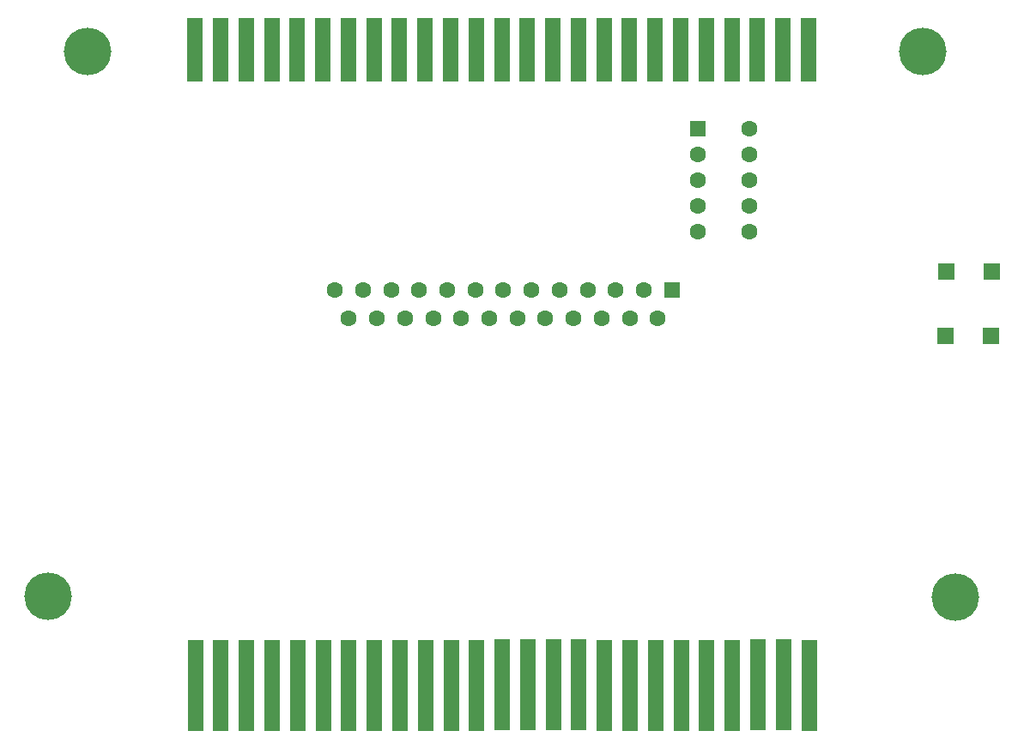
<source format=gbr>
%TF.GenerationSoftware,KiCad,Pcbnew,(6.0.2)*%
%TF.CreationDate,2022-10-23T12:16:08-05:00*%
%TF.ProjectId,REF1329_Optimized,52454631-3332-4395-9f4f-7074696d697a,rev?*%
%TF.SameCoordinates,Original*%
%TF.FileFunction,Soldermask,Bot*%
%TF.FilePolarity,Negative*%
%FSLAX46Y46*%
G04 Gerber Fmt 4.6, Leading zero omitted, Abs format (unit mm)*
G04 Created by KiCad (PCBNEW (6.0.2)) date 2022-10-23 12:16:08*
%MOMM*%
%LPD*%
G01*
G04 APERTURE LIST*
%ADD10C,0.000000*%
%ADD11C,0.795000*%
%ADD12R,1.590000X1.590000*%
%ADD13C,4.680000*%
%ADD14R,1.530000X9.000000*%
%ADD15R,1.600000X1.600000*%
%ADD16C,1.600000*%
%ADD17R,1.530000X6.250000*%
G04 APERTURE END LIST*
D10*
G36*
X193925800Y-90424500D02*
G01*
X192335800Y-90424500D01*
X192335800Y-88834500D01*
X193925800Y-88834500D01*
X193925800Y-90424500D01*
G37*
D11*
X169041100Y-80580700D02*
G75*
G03*
X169041100Y-80580700I-397500J0D01*
G01*
X174121100Y-75500700D02*
G75*
G03*
X174121100Y-75500700I-397500J0D01*
G01*
D10*
G36*
X198410500Y-90424500D02*
G01*
X196820500Y-90424500D01*
X196820500Y-88834500D01*
X198410500Y-88834500D01*
X198410500Y-90424500D01*
G37*
D11*
X174121100Y-80580700D02*
G75*
G03*
X174121100Y-80580700I-397500J0D01*
G01*
X174121100Y-83120700D02*
G75*
G03*
X174121100Y-83120700I-397500J0D01*
G01*
X169041100Y-83120700D02*
G75*
G03*
X169041100Y-83120700I-397500J0D01*
G01*
X174121100Y-85660700D02*
G75*
G03*
X174121100Y-85660700I-397500J0D01*
G01*
X174121100Y-78040700D02*
G75*
G03*
X174121100Y-78040700I-397500J0D01*
G01*
X169041100Y-75500700D02*
G75*
G03*
X169041100Y-75500700I-397500J0D01*
G01*
D10*
G36*
X198370800Y-96774500D02*
G01*
X196780800Y-96774500D01*
X196780800Y-95184500D01*
X198370800Y-95184500D01*
X198370800Y-96774500D01*
G37*
G36*
X193886100Y-96774500D02*
G01*
X192296100Y-96774500D01*
X192296100Y-95184500D01*
X193886100Y-95184500D01*
X193886100Y-96774500D01*
G37*
D11*
X169041100Y-85660700D02*
G75*
G03*
X169041100Y-85660700I-397500J0D01*
G01*
X169041100Y-78040700D02*
G75*
G03*
X169041100Y-78040700I-397500J0D01*
G01*
D12*
%TO.C,SW1*%
X193086500Y-95977500D03*
X193126500Y-89627500D03*
X197572500Y-95980500D03*
X197611500Y-89628500D03*
%TD*%
D13*
%TO.C,Hole1*%
X108395000Y-67879000D03*
%TD*%
D14*
%TO.C,J5*%
X119072000Y-130450000D03*
X121590000Y-130464000D03*
X124115000Y-130452000D03*
X126642000Y-130446000D03*
X129161000Y-130460000D03*
X131680000Y-130446000D03*
X134203000Y-130435000D03*
X136722000Y-130421000D03*
X139241000Y-130449000D03*
X141769000Y-130449000D03*
X144294000Y-130440000D03*
X146815000Y-130432000D03*
X149339000Y-130416000D03*
X151859000Y-130389000D03*
X154379000Y-130401000D03*
X156898000Y-130387000D03*
X159416000Y-130453000D03*
X161940000Y-130447000D03*
X164466000Y-130437000D03*
X166984000Y-130433000D03*
X169504000Y-130418000D03*
X172023000Y-130418000D03*
X174553000Y-130402000D03*
X177079000Y-130401000D03*
X179598000Y-130460000D03*
%TD*%
D13*
%TO.C,Hole2*%
X104544000Y-121691000D03*
%TD*%
D15*
%TO.C,U3*%
X168639500Y-75512500D03*
D16*
X168639500Y-78052500D03*
X168639500Y-80592500D03*
X168639500Y-83132500D03*
X168639500Y-85672500D03*
X173719500Y-85672500D03*
X173719500Y-83132500D03*
X173719500Y-80592500D03*
X173719500Y-78052500D03*
X173719500Y-75512500D03*
%TD*%
D13*
%TO.C,Hole3*%
X190826000Y-67918000D03*
%TD*%
%TO.C,Hole4*%
X194001000Y-121736000D03*
%TD*%
D17*
%TO.C,J3*%
X119026000Y-67712000D03*
X121544000Y-67712000D03*
X124069000Y-67712000D03*
X126596000Y-67712000D03*
X129115000Y-67712000D03*
X131634000Y-67712000D03*
X134157000Y-67712000D03*
X136676000Y-67712000D03*
X139195000Y-67712000D03*
X141723000Y-67712000D03*
X144248000Y-67712000D03*
X146769000Y-67712000D03*
X149293000Y-67712000D03*
X151813000Y-67712000D03*
X154333000Y-67712000D03*
X156852000Y-67712000D03*
X159370000Y-67712000D03*
X161894000Y-67712000D03*
X164420000Y-67712000D03*
X166938000Y-67712000D03*
X169458000Y-67712000D03*
X171977000Y-67712000D03*
X174507000Y-67712000D03*
X177033000Y-67712000D03*
X179552000Y-67712000D03*
%TD*%
D15*
%TO.C,J1*%
X166066000Y-91391700D03*
D16*
X163296000Y-91391700D03*
X160526000Y-91391700D03*
X157756000Y-91391700D03*
X154986000Y-91391700D03*
X152216000Y-91391700D03*
X149446000Y-91391700D03*
X146676000Y-91391700D03*
X143906000Y-91391700D03*
X141136000Y-91391700D03*
X138366000Y-91391700D03*
X135596000Y-91391700D03*
X132826000Y-91391700D03*
X164681000Y-94231700D03*
X161911000Y-94231700D03*
X159141000Y-94231700D03*
X156371000Y-94231700D03*
X153601000Y-94231700D03*
X150831000Y-94231700D03*
X148061000Y-94231700D03*
X145291000Y-94231700D03*
X142521000Y-94231700D03*
X139751000Y-94231700D03*
X136981000Y-94231700D03*
X134211000Y-94231700D03*
%TD*%
M02*

</source>
